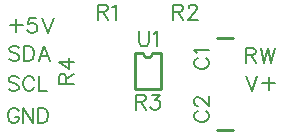
<source format=gbr>
G04 DipTrace 2.2.0.9*
%INTopSilk.gbr*%
%MOIN*%
%ADD10C,0.0098*%
%ADD34C,0.0077*%
%FSLAX44Y44*%
%SFA1B1*%
%OFA0B0*%
G04*
G70*
G90*
G75*
G01*
%LNTopSilk*%
%LPD*%
X9508Y6906D2*
D10*
Y5725D1*
X10374D2*
Y6906D1*
Y5725D2*
X9508D1*
Y6906D2*
X9783D1*
X10099D2*
X10374D1*
X9783D2*
G03X10099Y6906I158J0D01*
G01*
X12248Y7416D2*
X12759D1*
Y4339D2*
X12248D1*
X9636Y7639D2*
D34*
Y7280D1*
D2*
X9660Y7208D1*
D2*
X9708Y7160D1*
D2*
X9780Y7136D1*
D2*
X9828D1*
D2*
X9899Y7160D1*
D2*
X9948Y7208D1*
D2*
X9971Y7280D1*
D2*
Y7639D1*
X10126Y7542D2*
X10174Y7567D1*
D2*
X10246Y7638D1*
D2*
Y7136D1*
X8262Y8291D2*
X8477D1*
D2*
X8549Y8316D1*
D2*
X8573Y8339D1*
D2*
X8597Y8387D1*
D2*
Y8435D1*
D2*
X8573Y8482D1*
D2*
X8549Y8507D1*
D2*
X8477Y8531D1*
D2*
X8262D1*
D2*
Y8028D1*
X8430Y8291D2*
X8597Y8028D1*
X8751Y8434D2*
X8799Y8459D1*
D2*
X8871Y8530D1*
D2*
Y8028D1*
X10780Y8291D2*
X10995D1*
D2*
X11067Y8316D1*
D2*
X11091Y8339D1*
D2*
X11115Y8387D1*
D2*
Y8435D1*
D2*
X11091Y8482D1*
D2*
X11067Y8507D1*
D2*
X10995Y8531D1*
D2*
X10780D1*
D2*
Y8028D1*
X10947Y8291D2*
X11115Y8028D1*
X11293Y8411D2*
Y8434D1*
D2*
X11317Y8482D1*
D2*
X11341Y8506D1*
D2*
X11389Y8530D1*
D2*
X11485D1*
D2*
X11532Y8506D1*
D2*
X11556Y8482D1*
D2*
X11580Y8434D1*
D2*
Y8387D1*
D2*
X11556Y8339D1*
D2*
X11508Y8267D1*
D2*
X11269Y8028D1*
D2*
X11604D1*
X11595Y6750D2*
X11548Y6726D1*
D2*
X11500Y6678D1*
D2*
X11476Y6631D1*
D2*
Y6535D1*
D2*
X11500Y6487D1*
D2*
X11548Y6439D1*
D2*
X11595Y6415D1*
D2*
X11667Y6391D1*
D2*
X11787D1*
D2*
X11859Y6415D1*
D2*
X11907Y6439D1*
D2*
X11954Y6487D1*
D2*
X11978Y6535D1*
D2*
Y6631D1*
D2*
X11954Y6678D1*
D2*
X11907Y6726D1*
D2*
X11859Y6750D1*
X11572Y6904D2*
X11548Y6952D1*
D2*
X11477Y7024D1*
D2*
X11978D1*
X9528Y5291D2*
X9743D1*
D2*
X9814Y5315D1*
D2*
X9839Y5339D1*
D2*
X9863Y5387D1*
D2*
Y5435D1*
D2*
X9839Y5482D1*
D2*
X9814Y5506D1*
D2*
X9743Y5530D1*
D2*
X9528D1*
D2*
Y5028D1*
X9695Y5291D2*
X9863Y5028D1*
X10065Y5530D2*
X10328D1*
D2*
X10184Y5338D1*
D2*
X10256D1*
D2*
X10304Y5315D1*
D2*
X10328Y5291D1*
D2*
X10352Y5219D1*
D2*
Y5172D1*
D2*
X10328Y5100D1*
D2*
X10280Y5052D1*
D2*
X10208Y5028D1*
D2*
X10136D1*
D2*
X10065Y5052D1*
D2*
X10041Y5076D1*
D2*
X10017Y5123D1*
X7215Y5890D2*
Y6105D1*
D2*
X7191Y6177D1*
D2*
X7167Y6202D1*
D2*
X7119Y6225D1*
D2*
X7071D1*
D2*
X7024Y6202D1*
D2*
X6999Y6177D1*
D2*
X6976Y6105D1*
D2*
Y5890D1*
D2*
X7478D1*
X7215Y6058D2*
X7478Y6225D1*
Y6619D2*
X6976D1*
D2*
X7311Y6380D1*
D2*
Y6738D1*
X13207Y6152D2*
X13399Y5649D1*
D2*
X13590Y6152D1*
X13959Y6116D2*
Y5685D1*
X13744Y5900D2*
X14175D1*
X5631Y6080D2*
X5583Y6128D1*
D2*
X5511Y6152D1*
D2*
X5416D1*
D2*
X5344Y6128D1*
D2*
X5296Y6080D1*
D2*
Y6032D1*
D2*
X5320Y5984D1*
D2*
X5344Y5961D1*
D2*
X5391Y5937D1*
D2*
X5535Y5889D1*
D2*
X5583Y5865D1*
D2*
X5607Y5841D1*
D2*
X5631Y5793D1*
D2*
Y5721D1*
D2*
X5583Y5674D1*
D2*
X5511Y5649D1*
D2*
X5416D1*
D2*
X5344Y5674D1*
D2*
X5296Y5721D1*
X6144Y6032D2*
X6120Y6080D1*
D2*
X6072Y6128D1*
D2*
X6024Y6152D1*
D2*
X5929D1*
D2*
X5881Y6128D1*
D2*
X5833Y6080D1*
D2*
X5809Y6032D1*
D2*
X5785Y5961D1*
D2*
Y5841D1*
D2*
X5809Y5769D1*
D2*
X5833Y5721D1*
D2*
X5881Y5674D1*
D2*
X5929Y5649D1*
D2*
X6024D1*
D2*
X6072Y5674D1*
D2*
X6120Y5721D1*
D2*
X6144Y5769D1*
X6298Y6152D2*
Y5649D1*
D2*
X6585D1*
X5657Y7080D2*
X5609Y7128D1*
D2*
X5538Y7152D1*
D2*
X5442D1*
D2*
X5370Y7128D1*
D2*
X5322Y7080D1*
D2*
Y7033D1*
D2*
X5346Y6984D1*
D2*
X5370Y6961D1*
D2*
X5418Y6937D1*
D2*
X5561Y6889D1*
D2*
X5609Y6865D1*
D2*
X5633Y6841D1*
D2*
X5657Y6793D1*
D2*
Y6721D1*
D2*
X5609Y6674D1*
D2*
X5538Y6650D1*
D2*
X5442D1*
D2*
X5370Y6674D1*
D2*
X5322Y6721D1*
X5811Y7152D2*
Y6650D1*
D2*
X5979D1*
D2*
X6051Y6674D1*
D2*
X6099Y6721D1*
D2*
X6123Y6769D1*
D2*
X6146Y6841D1*
D2*
Y6961D1*
D2*
X6123Y7033D1*
D2*
X6099Y7080D1*
D2*
X6051Y7128D1*
D2*
X5979Y7152D1*
D2*
X5811D1*
X6684Y6650D2*
X6492Y7152D1*
D2*
X6301Y6650D1*
X6373Y6817D2*
X6612D1*
X13207Y6850D2*
X13422D1*
D2*
X13494Y6874D1*
D2*
X13518Y6898D1*
D2*
X13542Y6946D1*
D2*
Y6994D1*
D2*
X13518Y7041D1*
D2*
X13494Y7066D1*
D2*
X13422Y7089D1*
D2*
X13207D1*
D2*
Y6587D1*
X13375Y6850D2*
X13542Y6587D1*
X13697Y7089D2*
X13816Y6587D1*
D2*
X13936Y7089D1*
D2*
X14055Y6587D1*
D2*
X14175Y7089D1*
X11595Y4983D2*
X11548Y4959D1*
D2*
X11500Y4911D1*
D2*
X11476Y4863D1*
D2*
Y4768D1*
D2*
X11500Y4720D1*
D2*
X11548Y4672D1*
D2*
X11595Y4648D1*
D2*
X11667Y4624D1*
D2*
X11787D1*
D2*
X11859Y4648D1*
D2*
X11907Y4672D1*
D2*
X11954Y4720D1*
D2*
X11978Y4768D1*
D2*
Y4863D1*
D2*
X11954Y4911D1*
D2*
X11907Y4959D1*
D2*
X11859Y4983D1*
X11596Y5161D2*
X11572D1*
D2*
X11524Y5185D1*
D2*
X11500Y5209D1*
D2*
X11477Y5257D1*
D2*
Y5353D1*
D2*
X11500Y5400D1*
D2*
X11524Y5424D1*
D2*
X11572Y5448D1*
D2*
X11620D1*
D2*
X11668Y5424D1*
D2*
X11739Y5376D1*
D2*
X11978Y5137D1*
D2*
Y5472D1*
X5552Y8053D2*
Y7623D1*
X5337Y7838D2*
X5768D1*
X6209Y8089D2*
X5970D1*
D2*
X5946Y7874D1*
D2*
X5970Y7898D1*
D2*
X6042Y7922D1*
D2*
X6113D1*
D2*
X6185Y7898D1*
D2*
X6233Y7850D1*
D2*
X6257Y7778D1*
D2*
Y7731D1*
D2*
X6233Y7659D1*
D2*
X6185Y7611D1*
D2*
X6113Y7587D1*
D2*
X6042D1*
D2*
X5970Y7611D1*
D2*
X5946Y7635D1*
D2*
X5922Y7683D1*
X6411Y8090D2*
X6603Y7587D1*
D2*
X6794Y8090D1*
X5630Y4970D2*
X5607Y5017D1*
D2*
X5559Y5065D1*
D2*
X5511Y5089D1*
D2*
X5415D1*
D2*
X5367Y5065D1*
D2*
X5320Y5017D1*
D2*
X5295Y4970D1*
D2*
X5272Y4898D1*
D2*
Y4778D1*
D2*
X5295Y4707D1*
D2*
X5320Y4659D1*
D2*
X5367Y4611D1*
D2*
X5415Y4587D1*
D2*
X5511D1*
D2*
X5559Y4611D1*
D2*
X5607Y4659D1*
D2*
X5630Y4707D1*
D2*
Y4778D1*
D2*
X5511D1*
X6120Y5089D2*
Y4587D1*
D2*
X5785Y5089D1*
D2*
Y4587D1*
X6274Y5089D2*
Y4587D1*
D2*
X6442D1*
D2*
X6513Y4611D1*
D2*
X6562Y4659D1*
D2*
X6585Y4707D1*
D2*
X6609Y4778D1*
D2*
Y4898D1*
D2*
X6585Y4970D1*
D2*
X6562Y5017D1*
D2*
X6513Y5065D1*
D2*
X6442Y5089D1*
D2*
X6274D1*
M02*

</source>
